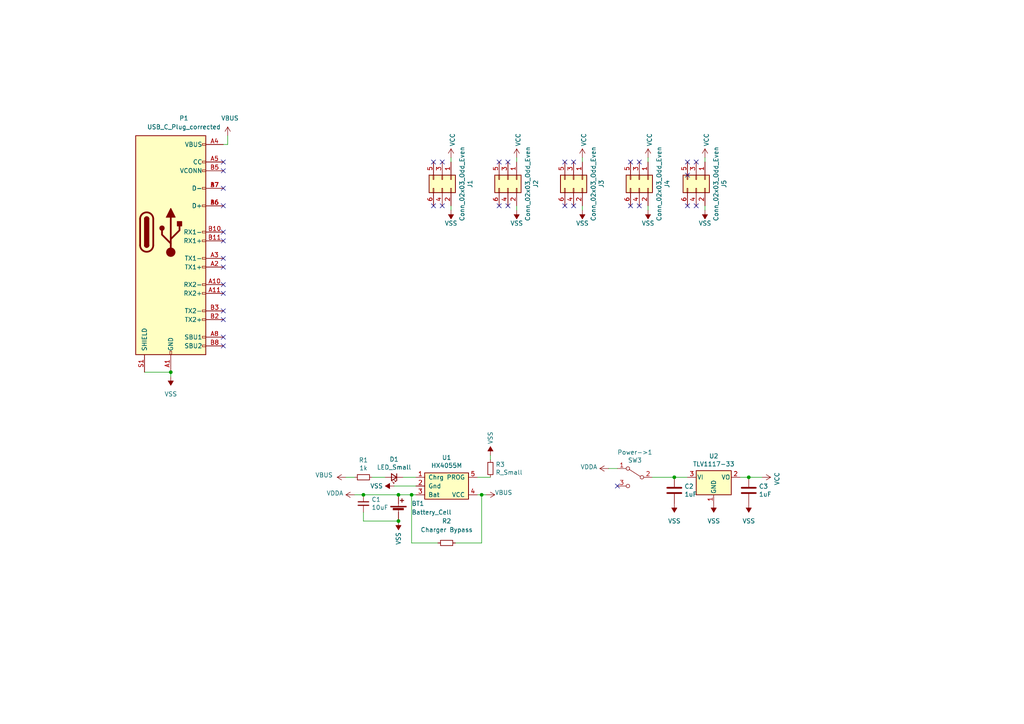
<source format=kicad_sch>
(kicad_sch (version 20210126) (generator eeschema)
  (paper "A4")
  (lib_symbols
    (symbol "BadgePirates:USB_C_Plug_corrected" (pin_names (offset 1.016))
      (property "Reference" "P" (at -10.16 29.21 0))
      (property "Value" "USB_C_Plug_corrected" (at 10.16 29.21 0))
      (symbol "USB_C_Plug_corrected_0_0"
        (rectangle (start -0.254 -35.56) (end 0.254 -34.544))
        (rectangle (start 10.16 -32.766) (end 9.144 -33.274))
        (rectangle (start 10.16 -30.226) (end 9.144 -30.734))
        (rectangle (start 10.16 -25.146) (end 9.144 -25.654))
        (rectangle (start 10.16 -22.606) (end 9.144 -23.114))
        (rectangle (start 10.16 -17.526) (end 9.144 -18.034))
        (rectangle (start 10.16 -14.986) (end 9.144 -15.494))
        (rectangle (start 10.16 -9.906) (end 9.144 -10.414))
        (rectangle (start 10.16 -7.366) (end 9.144 -7.874))
        (rectangle (start 10.16 -2.286) (end 9.144 -2.794))
        (rectangle (start 10.16 0.254) (end 9.144 -0.254))
        (rectangle (start 10.16 7.874) (end 9.144 7.366))
        (rectangle (start 10.16 12.954) (end 9.144 12.446))
        (rectangle (start 10.16 18.034) (end 9.144 17.526))
        (rectangle (start 10.16 20.574) (end 9.144 20.066))
        (rectangle (start 10.16 25.654) (end 9.144 25.146))
      )
      (symbol "USB_C_Plug_corrected_0_1"
        (arc (start -7.62 -3.81) (end -6.35 -3.81) (radius (at -6.985 -3.81) (length 0.635) (angles -179.9 -0.1)) (stroke (width 0.254)) (fill (type outline)))
        (arc (start -8.89 -3.81) (end -5.08 -3.81) (radius (at -6.985 -3.81) (length 1.905) (angles -179.9 -0.1)) (stroke (width 0.508)))
        (arc (start -7.62 -3.81) (end -6.35 -3.81) (radius (at -6.985 -3.81) (length 0.635) (angles -179.9 -0.1)) (stroke (width 0.254)))
        (arc (start -5.08 3.81) (end -8.89 3.81) (radius (at -6.985 3.81) (length 1.905) (angles 0.1 179.9)) (stroke (width 0.508)))
        (arc (start -6.35 3.81) (end -7.62 3.81) (radius (at -6.985 3.81) (length 0.635) (angles 0.1 179.9)) (stroke (width 0.254)) (fill (type outline)))
        (arc (start -6.35 3.81) (end -7.62 3.81) (radius (at -6.985 3.81) (length 0.635) (angles 0.1 179.9)) (stroke (width 0.254)))
        (rectangle (start -10.16 27.94) (end 10.16 -35.56) (stroke (width 0.254)) (fill (type background)))
        (rectangle (start -7.62 -3.81) (end -6.35 3.81) (stroke (width 0.254)) (fill (type outline)))
        (polyline (pts (xy -8.89 -3.81) (xy -8.89 3.81)) (stroke (width 0.508)))
        (polyline (pts (xy -5.08 3.81) (xy -5.08 -3.81)) (stroke (width 0.508)))
      )
      (symbol "USB_C_Plug_corrected_1_1"
        (circle (center -2.54 1.143) (radius 0.635) (stroke (width 0.254)) (fill (type outline)))
        (circle (center 0 -5.842) (radius 1.27) (fill (type outline)))
        (rectangle (start 1.905 1.778) (end 3.175 3.048) (stroke (width 0.254)) (fill (type outline)))
        (polyline (pts (xy 0 -5.842) (xy 0 4.318)) (stroke (width 0.508)))
        (polyline (pts (xy 0 -3.302) (xy -2.54 -0.762) (xy -2.54 0.508)) (stroke (width 0.508)))
        (polyline (pts (xy 0 -2.032) (xy 2.54 0.508) (xy 2.54 1.778)) (stroke (width 0.508)))
        (polyline (pts (xy -1.27 4.318) (xy 0 6.858) (xy 1.27 4.318) (xy -1.27 4.318)) (stroke (width 0.254)) (fill (type outline)))
        (pin passive line (at 0 -40.64 90) (length 5.08) (name "GND") (number "A1"))
        (pin bidirectional line (at 15.24 -15.24 180) (length 5.08) (name "RX2-") (number "A10"))
        (pin bidirectional line (at 15.24 -17.78 180) (length 5.08) (name "RX2+") (number "A11"))
        (pin passive line (at 0 -40.64 90) (length 5.08) hide (name "GND") (number "A12"))
        (pin bidirectional line (at 15.24 -10.16 180) (length 5.08) (name "TX1+") (number "A2"))
        (pin bidirectional line (at 15.24 -7.62 180) (length 5.08) (name "TX1-") (number "A3"))
        (pin passive line (at 15.24 25.4 180) (length 5.08) (name "VBUS") (number "A4"))
        (pin bidirectional line (at 15.24 20.32 180) (length 5.08) (name "CC") (number "A5"))
        (pin bidirectional line (at 15.24 7.62 180) (length 5.08) (name "D+") (number "A6"))
        (pin bidirectional line (at 15.24 12.7 180) (length 5.08) (name "D-") (number "A7"))
        (pin bidirectional line (at 15.24 -30.48 180) (length 5.08) (name "SBU1") (number "A8"))
        (pin passive line (at 15.24 25.4 180) (length 5.08) hide (name "VBUS") (number "A9"))
        (pin passive line (at 0 -40.64 90) (length 5.08) hide (name "GND") (number "B1"))
        (pin bidirectional line (at 15.24 0 180) (length 5.08) (name "RX1-") (number "B10"))
        (pin bidirectional line (at 15.24 -2.54 180) (length 5.08) (name "RX1+") (number "B11"))
        (pin passive line (at 0 -40.64 90) (length 5.08) hide (name "GND") (number "B12"))
        (pin bidirectional line (at 15.24 -25.4 180) (length 5.08) (name "TX2+") (number "B2"))
        (pin bidirectional line (at 15.24 -22.86 180) (length 5.08) (name "TX2-") (number "B3"))
        (pin passive line (at 15.24 25.4 180) (length 5.08) hide (name "VBUS") (number "B4"))
        (pin bidirectional line (at 15.24 17.78 180) (length 5.08) (name "VCONN") (number "B5"))
        (pin bidirectional line (at 15.24 -33.02 180) (length 5.08) (name "SBU2") (number "B8"))
        (pin passive line (at 15.24 25.4 180) (length 5.08) hide (name "VBUS") (number "B9"))
        (pin passive line (at -7.62 -40.64 90) (length 5.08) (name "SHIELD") (number "S1"))
        (pin bidirectional line (at 15.24 7.62 180) (length 5.08) (name "D+") (number "B6"))
        (pin bidirectional line (at 15.24 12.7 180) (length 5.08) (name "D-") (number "B7"))
      )
    )
    (symbol "Connector_Generic:Conn_02x03_Odd_Even" (pin_names (offset 1.016) hide)
      (property "Reference" "J" (at 1.27 5.08 0))
      (property "Value" "Conn_02x03_Odd_Even" (at 1.27 -5.08 0))
      (symbol "Conn_02x03_Odd_Even_1_1"
        (rectangle (start -1.27 -2.413) (end 0 -2.667) (stroke (width 0.1524)))
        (rectangle (start -1.27 2.667) (end 0 2.413) (stroke (width 0.1524)))
        (rectangle (start -1.27 3.81) (end 3.81 -3.81) (stroke (width 0.254)) (fill (type background)))
        (rectangle (start -1.27 0.127) (end 0 -0.127) (stroke (width 0.1524)))
        (rectangle (start 3.81 -2.413) (end 2.54 -2.667) (stroke (width 0.1524)))
        (rectangle (start 3.81 2.667) (end 2.54 2.413) (stroke (width 0.1524)))
        (rectangle (start 3.81 0.127) (end 2.54 -0.127) (stroke (width 0.1524)))
        (pin passive line (at -5.08 2.54 0) (length 3.81) (name "Pin_1") (number "1"))
        (pin passive line (at 7.62 2.54 180) (length 3.81) (name "Pin_2") (number "2"))
        (pin passive line (at -5.08 0 0) (length 3.81) (name "Pin_3") (number "3"))
        (pin passive line (at 7.62 0 180) (length 3.81) (name "Pin_4") (number "4"))
        (pin passive line (at -5.08 -2.54 0) (length 3.81) (name "Pin_5") (number "5"))
        (pin passive line (at 7.62 -2.54 180) (length 3.81) (name "Pin_6") (number "6"))
      )
    )
    (symbol "Device:Battery_Cell" (pin_numbers hide) (pin_names (offset 0) hide)
      (property "Reference" "BT" (at 2.54 2.54 0))
      (property "Value" "Battery_Cell" (at 2.54 0 0))
      (symbol "Battery_Cell_0_1"
        (rectangle (start -2.286 1.778) (end 2.286 1.524) (fill (type outline)))
        (rectangle (start -1.5748 1.1938) (end 1.4732 0.6858) (fill (type outline)))
        (polyline (pts (xy 0 0.762) (xy 0 0)))
        (polyline (pts (xy 0 1.778) (xy 0 2.54)))
        (polyline (pts (xy 0.508 3.429) (xy 1.524 3.429)) (stroke (width 0.254)))
        (polyline (pts (xy 1.016 3.937) (xy 1.016 2.921)) (stroke (width 0.254)))
      )
      (symbol "Battery_Cell_1_1"
        (pin passive line (at 0 5.08 270) (length 2.54) (name "+") (number "1"))
        (pin passive line (at 0 -2.54 90) (length 2.54) (name "-") (number "2"))
      )
    )
    (symbol "Device:C" (pin_numbers hide) (pin_names (offset 0.254))
      (property "Reference" "C" (at 0.635 2.54 0))
      (property "Value" "C" (at 0.635 -2.54 0))
      (symbol "C_0_1"
        (polyline (pts (xy -2.032 -0.762) (xy 2.032 -0.762)) (stroke (width 0.508)))
        (polyline (pts (xy -2.032 0.762) (xy 2.032 0.762)) (stroke (width 0.508)))
      )
      (symbol "C_1_1"
        (pin passive line (at 0 3.81 270) (length 2.794) (name "~") (number "1"))
        (pin passive line (at 0 -3.81 90) (length 2.794) (name "~") (number "2"))
      )
    )
    (symbol "Device:C_Small" (pin_numbers hide) (pin_names (offset 0.254) hide)
      (property "Reference" "C" (at 0.254 1.778 0))
      (property "Value" "C_Small" (at 0.254 -2.032 0))
      (symbol "C_Small_0_1"
        (polyline (pts (xy -1.524 -0.508) (xy 1.524 -0.508)) (stroke (width 0.3302)))
        (polyline (pts (xy -1.524 0.508) (xy 1.524 0.508)) (stroke (width 0.3048)))
      )
      (symbol "C_Small_1_1"
        (pin passive line (at 0 2.54 270) (length 2.032) (name "~") (number "1"))
        (pin passive line (at 0 -2.54 90) (length 2.032) (name "~") (number "2"))
      )
    )
    (symbol "Device:LED_Small" (pin_numbers hide) (pin_names (offset 0.254) hide)
      (property "Reference" "D" (at -1.27 3.175 0))
      (property "Value" "LED_Small" (at -4.445 -2.54 0))
      (symbol "LED_Small_0_1"
        (polyline (pts (xy -0.762 -1.016) (xy -0.762 1.016)) (stroke (width 0.254)))
        (polyline (pts (xy 1.016 0) (xy -0.762 0)))
        (polyline (pts (xy 0.762 -1.016) (xy -0.762 0) (xy 0.762 1.016) (xy 0.762 -1.016)) (stroke (width 0.254)))
        (polyline (pts (xy 0 0.762) (xy -0.508 1.27) (xy -0.254 1.27) (xy -0.508 1.27) (xy -0.508 1.016)))
        (polyline (pts (xy 0.508 1.27) (xy 0 1.778) (xy 0.254 1.778) (xy 0 1.778) (xy 0 1.524)))
      )
      (symbol "LED_Small_1_1"
        (pin passive line (at -2.54 0 0) (length 1.778) (name "K") (number "1"))
        (pin passive line (at 2.54 0 180) (length 1.778) (name "A") (number "2"))
      )
    )
    (symbol "Device:R_Small" (pin_numbers hide) (pin_names (offset 0.254) hide)
      (property "Reference" "R" (at 0.762 0.508 0))
      (property "Value" "R_Small" (at 0.762 -1.016 0))
      (symbol "R_Small_0_1"
        (rectangle (start -0.762 1.778) (end 0.762 -1.778) (stroke (width 0.2032)))
      )
      (symbol "R_Small_1_1"
        (pin passive line (at 0 2.54 270) (length 0.762) (name "~") (number "1"))
        (pin passive line (at 0 -2.54 90) (length 0.762) (name "~") (number "2"))
      )
    )
    (symbol "Regulator_Linear:TLV1117-33" (pin_names (offset 0.254))
      (property "Reference" "U" (at -3.81 3.175 0))
      (property "Value" "TLV1117-33" (at 0 3.175 0))
      (symbol "TLV1117-33_0_1"
        (rectangle (start -5.08 -5.08) (end 5.08 1.905) (stroke (width 0.254)) (fill (type background)))
      )
      (symbol "TLV1117-33_1_1"
        (pin power_in line (at 0 -7.62 90) (length 2.54) (name "GND") (number "1"))
        (pin power_out line (at 7.62 0 180) (length 2.54) (name "VO") (number "2"))
        (pin power_in line (at -7.62 0 0) (length 2.54) (name "VI") (number "3"))
      )
    )
    (symbol "Switch:SW_SPDT" (pin_names (offset 0) hide)
      (property "Reference" "SW" (at 0 4.318 0))
      (property "Value" "SW_SPDT" (at 0 -5.08 0))
      (symbol "SW_SPDT_0_0"
        (circle (center -2.032 0) (radius 0.508))
        (circle (center 2.032 -2.54) (radius 0.508))
      )
      (symbol "SW_SPDT_0_1"
        (circle (center 2.032 2.54) (radius 0.508))
        (polyline (pts (xy -1.524 0.254) (xy 1.651 2.286)))
      )
      (symbol "SW_SPDT_1_1"
        (pin passive line (at 5.08 2.54 180) (length 2.54) (name "A") (number "1"))
        (pin passive line (at -5.08 0 0) (length 2.54) (name "B") (number "2"))
        (pin passive line (at 5.08 -2.54 180) (length 2.54) (name "C") (number "3"))
      )
    )
    (symbol "TwitterKeyboard-rescue:HX4055M-MechKeyboard" (pin_names (offset 1.016))
      (property "Reference" "U" (at 5.08 -10.16 0))
      (property "Value" "HX4055M-MechKeyboard" (at 0 0 0))
      (symbol "HX4055M-MechKeyboard_0_1"
        (rectangle (start -6.35 -1.27) (end 6.35 -8.89) (stroke (width 0.254)) (fill (type background)))
      )
      (symbol "HX4055M-MechKeyboard_1_1"
        (pin input line (at -8.89 -2.54 0) (length 2.54) (name "Chrg") (number "1"))
        (pin input line (at -8.89 -5.08 0) (length 2.54) (name "Gnd") (number "2"))
        (pin input line (at -8.89 -7.62 0) (length 2.54) (name "Bat") (number "3"))
        (pin input line (at 8.89 -7.62 180) (length 2.54) (name "VCC") (number "4"))
        (pin input line (at 8.89 -2.54 180) (length 2.54) (name "PROG") (number "5"))
      )
    )
    (symbol "power:VBUS" (power) (pin_names (offset 0))
      (property "Value" "VBUS" (at 0 3.81 0))
      (symbol "VBUS_0_1"
        (polyline (pts (xy -0.762 1.27) (xy 0 2.54)))
        (polyline (pts (xy 0 0) (xy 0 2.54)))
        (polyline (pts (xy 0 2.54) (xy 0.762 1.27)))
      )
      (symbol "VBUS_1_1"
        (pin power_in line (at 0 0 90) (length 0) hide (name "VBUS") (number "1"))
      )
    )
    (symbol "power:VCC" (power) (pin_names (offset 0))
      (property "Value" "VCC" (at 0 3.81 0))
      (symbol "VCC_0_1"
        (polyline (pts (xy -0.762 1.27) (xy 0 2.54)))
        (polyline (pts (xy 0 0) (xy 0 2.54)))
        (polyline (pts (xy 0 2.54) (xy 0.762 1.27)))
      )
      (symbol "VCC_1_1"
        (pin power_in line (at 0 0 90) (length 0) hide (name "VCC") (number "1"))
      )
    )
    (symbol "power:VDDA" (power) (pin_names (offset 0))
      (property "Value" "VDDA" (at 0 3.81 0))
      (symbol "VDDA_0_1"
        (polyline (pts (xy -0.762 1.27) (xy 0 2.54)))
        (polyline (pts (xy 0 0) (xy 0 2.54)))
        (polyline (pts (xy 0 2.54) (xy 0.762 1.27)))
      )
      (symbol "VDDA_1_1"
        (pin power_in line (at 0 0 90) (length 0) hide (name "VDDA") (number "1"))
      )
    )
    (symbol "power:VSS" (power) (pin_names (offset 0))
      (property "Value" "VSS" (at 0 3.81 0))
      (symbol "VSS_0_1"
        (polyline (pts (xy 0 0) (xy 0 2.54)))
        (polyline (pts (xy 0.762 1.27) (xy -0.762 1.27) (xy 0 2.54) (xy 0.762 1.27)) (fill (type outline)))
      )
      (symbol "VSS_1_1"
        (pin power_in line (at 0 0 90) (length 0) hide (name "VSS") (number "1"))
      )
    )
  )
  (junction (at 49.53 107.95) (diameter 0.9144))
  (junction (at 105.41 143.51) (diameter 0.9144))
  (junction (at 115.57 143.51) (diameter 0.9144))
  (junction (at 115.57 151.13) (diameter 0.9144))
  (junction (at 119.38 143.51) (diameter 0.9144))
  (junction (at 139.7 143.51) (diameter 0.9144))
  (junction (at 195.58 138.43) (diameter 0.9144))
  (junction (at 217.17 138.43) (diameter 0.9144))
  (no_connect (at 64.77 46.99))
  (no_connect (at 64.77 49.53))
  (no_connect (at 64.77 54.61))
  (no_connect (at 64.77 59.69))
  (no_connect (at 64.77 67.31))
  (no_connect (at 64.77 69.85))
  (no_connect (at 64.77 74.93))
  (no_connect (at 64.77 77.47))
  (no_connect (at 64.77 82.55))
  (no_connect (at 64.77 85.09))
  (no_connect (at 64.77 90.17))
  (no_connect (at 64.77 92.71))
  (no_connect (at 64.77 97.79))
  (no_connect (at 64.77 100.33))
  (no_connect (at 125.73 46.99))
  (no_connect (at 125.73 59.69))
  (no_connect (at 128.27 46.99))
  (no_connect (at 128.27 59.69))
  (no_connect (at 144.78 46.99))
  (no_connect (at 144.78 59.69))
  (no_connect (at 147.32 46.99))
  (no_connect (at 147.32 59.69))
  (no_connect (at 163.83 46.99))
  (no_connect (at 163.83 59.69))
  (no_connect (at 166.37 46.99))
  (no_connect (at 166.37 59.69))
  (no_connect (at 179.07 140.97))
  (no_connect (at 182.88 46.99))
  (no_connect (at 182.88 59.69))
  (no_connect (at 185.42 46.99))
  (no_connect (at 185.42 59.69))
  (no_connect (at 199.39 46.99))
  (no_connect (at 199.39 50.8))
  (no_connect (at 199.39 59.69))
  (no_connect (at 201.93 46.99))
  (no_connect (at 201.93 59.69))
  (wire (pts (xy 41.91 107.95) (xy 49.53 107.95)))
  (wire (pts (xy 49.53 107.95) (xy 49.53 109.22)))
  (wire (pts (xy 66.04 39.37) (xy 66.04 41.91)))
  (wire (pts (xy 66.04 41.91) (xy 64.77 41.91)))
  (wire (pts (xy 100.33 138.43) (xy 102.87 138.43)))
  (wire (pts (xy 102.87 143.51) (xy 105.41 143.51)))
  (wire (pts (xy 105.41 143.51) (xy 115.57 143.51)))
  (wire (pts (xy 105.41 148.59) (xy 105.41 151.13)))
  (wire (pts (xy 105.41 151.13) (xy 115.57 151.13)))
  (wire (pts (xy 107.95 138.43) (xy 111.76 138.43)))
  (wire (pts (xy 114.3 140.97) (xy 120.65 140.97)))
  (wire (pts (xy 115.57 143.51) (xy 119.38 143.51)))
  (wire (pts (xy 116.84 138.43) (xy 120.65 138.43)))
  (wire (pts (xy 119.38 143.51) (xy 120.65 143.51)))
  (wire (pts (xy 119.38 157.48) (xy 119.38 143.51)))
  (wire (pts (xy 127 157.48) (xy 119.38 157.48)))
  (wire (pts (xy 130.81 46.99) (xy 130.81 45.72)))
  (wire (pts (xy 130.81 60.96) (xy 130.81 59.69)))
  (wire (pts (xy 132.08 157.48) (xy 139.7 157.48)))
  (wire (pts (xy 138.43 138.43) (xy 142.24 138.43)))
  (wire (pts (xy 138.43 143.51) (xy 139.7 143.51)))
  (wire (pts (xy 139.7 143.51) (xy 140.97 143.51)))
  (wire (pts (xy 139.7 157.48) (xy 139.7 143.51)))
  (wire (pts (xy 142.24 133.35) (xy 142.24 132.08)))
  (wire (pts (xy 149.86 46.99) (xy 149.86 45.72)))
  (wire (pts (xy 149.86 60.96) (xy 149.86 59.69)))
  (wire (pts (xy 168.91 46.99) (xy 168.91 45.72)))
  (wire (pts (xy 168.91 60.96) (xy 168.91 59.69)))
  (wire (pts (xy 176.53 135.89) (xy 179.07 135.89)))
  (wire (pts (xy 187.96 46.99) (xy 187.96 45.72)))
  (wire (pts (xy 187.96 60.96) (xy 187.96 59.69)))
  (wire (pts (xy 189.23 138.43) (xy 195.58 138.43)))
  (wire (pts (xy 199.39 138.43) (xy 195.58 138.43)))
  (wire (pts (xy 204.47 46.99) (xy 204.47 45.72)))
  (wire (pts (xy 204.47 60.96) (xy 204.47 59.69)))
  (wire (pts (xy 214.63 138.43) (xy 217.17 138.43)))
  (wire (pts (xy 217.17 138.43) (xy 220.98 138.43)))
  (symbol (lib_id "power:VSS") (at 49.53 109.22 180) (unit 1)
    (property "Reference" "#PWR01" (effects hide))
    (property "Value" "VSS" (at 49.53 114.3 0))
  )
  (symbol (lib_id "power:VBUS") (at 66.04 39.37 0) (unit 1)
    (property "Reference" "#PWR02" (effects hide))
    (property "Value" "VBUS" (at 66.675 34.29 0))
  )
  (symbol (lib_id "power:VBUS") (at 100.33 138.43 90) (unit 1)
    (property "Reference" "#PWR03" (effects hide))
    (property "Value" "VBUS" (at 93.98 137.795 90))
  )
  (symbol (lib_id "power:VDDA") (at 102.87 143.51 90) (unit 1)
    (property "Reference" "#PWR04" (effects hide))
    (property "Value" "VDDA" (at 99.6188 143.0528 90) (effects (justify left)))
  )
  (symbol (lib_id "power:VSS") (at 114.3 140.97 90) (unit 1)
    (property "Reference" "#PWR05" (effects hide))
    (property "Value" "VSS" (at 109.22 140.97 90))
  )
  (symbol (lib_id "power:VSS") (at 115.57 151.13 180) (unit 1)
    (property "Reference" "#PWR06" (effects hide))
    (property "Value" "VSS" (at 115.57 156.21 90))
  )
  (symbol (lib_id "power:VCC") (at 130.81 45.72 0) (unit 1)
    (property "Reference" "#PWR07" (effects hide))
    (property "Value" "VCC" (at 131.2418 42.4688 90) (effects (justify left)))
  )
  (symbol (lib_id "power:VSS") (at 130.81 60.96 180) (unit 1)
    (property "Reference" "#PWR08" (effects hide))
    (property "Value" "VSS" (at 130.81 64.77 0))
  )
  (symbol (lib_id "power:VBUS") (at 140.97 143.51 270) (unit 1)
    (property "Reference" "#PWR09" (effects hide))
    (property "Value" "VBUS" (at 146.05 142.875 90))
  )
  (symbol (lib_id "power:VSS") (at 142.24 132.08 0) (unit 1)
    (property "Reference" "#PWR010" (effects hide))
    (property "Value" "VSS" (at 142.24 127 90))
  )
  (symbol (lib_id "power:VCC") (at 149.86 45.72 0) (unit 1)
    (property "Reference" "#PWR011" (effects hide))
    (property "Value" "VCC" (at 150.2918 42.4688 90) (effects (justify left)))
  )
  (symbol (lib_id "power:VSS") (at 149.86 60.96 180) (unit 1)
    (property "Reference" "#PWR012" (effects hide))
    (property "Value" "VSS" (at 149.86 64.77 0))
  )
  (symbol (lib_id "power:VCC") (at 168.91 45.72 0) (unit 1)
    (property "Reference" "#PWR013" (effects hide))
    (property "Value" "VCC" (at 169.3418 42.4688 90) (effects (justify left)))
  )
  (symbol (lib_id "power:VSS") (at 168.91 60.96 180) (unit 1)
    (property "Reference" "#PWR014" (effects hide))
    (property "Value" "VSS" (at 168.91 64.77 0))
  )
  (symbol (lib_id "power:VDDA") (at 176.53 135.89 90) (unit 1)
    (property "Reference" "#PWR0101" (effects hide))
    (property "Value" "VDDA" (at 173.2788 135.4328 90) (effects (justify left)))
  )
  (symbol (lib_id "power:VCC") (at 187.96 45.72 0) (unit 1)
    (property "Reference" "#PWR017" (effects hide))
    (property "Value" "VCC" (at 188.3918 42.4688 90) (effects (justify left)))
  )
  (symbol (lib_id "power:VSS") (at 187.96 60.96 180) (unit 1)
    (property "Reference" "#PWR018" (effects hide))
    (property "Value" "VSS" (at 187.96 64.77 0))
  )
  (symbol (lib_id "power:VSS") (at 195.58 146.05 180) (unit 1)
    (property "Reference" "#PWR019" (effects hide))
    (property "Value" "VSS" (at 195.58 151.13 0))
  )
  (symbol (lib_id "power:VCC") (at 204.47 45.72 0) (unit 1)
    (property "Reference" "#PWR020" (effects hide))
    (property "Value" "VCC" (at 204.9018 42.4688 90) (effects (justify left)))
  )
  (symbol (lib_id "power:VSS") (at 204.47 60.96 180) (unit 1)
    (property "Reference" "#PWR021" (effects hide))
    (property "Value" "VSS" (at 204.47 64.77 0))
  )
  (symbol (lib_id "power:VSS") (at 207.01 146.05 180) (unit 1)
    (property "Reference" "#PWR022" (effects hide))
    (property "Value" "VSS" (at 207.01 151.13 0))
  )
  (symbol (lib_id "power:VSS") (at 217.17 146.05 180) (unit 1)
    (property "Reference" "#PWR023" (effects hide))
    (property "Value" "VSS" (at 217.17 151.13 0))
  )
  (symbol (lib_id "power:VCC") (at 220.98 138.43 270) (unit 1)
    (property "Reference" "#PWR024" (effects hide))
    (property "Value" "VCC" (at 225.3742 138.8618 0))
  )
  (symbol (lib_id "Device:R_Small") (at 105.41 138.43 270) (unit 1)
    (property "Reference" "R1" (at 105.41 133.4516 90))
    (property "Value" "1k" (at 105.41 135.763 90))
    (property "Footprint" "Resistor_SMD:R_0805_2012Metric" (effects hide))
  )
  (symbol (lib_id "Device:R_Small") (at 129.54 157.48 270) (unit 1)
    (property "Reference" "R2" (at 129.54 151.13 90))
    (property "Value" "Charger Bypass" (at 129.54 153.67 90))
    (property "Footprint" "Resistor_SMD:R_0805_2012Metric" (effects hide))
  )
  (symbol (lib_id "Device:R_Small") (at 142.24 135.89 0) (unit 1)
    (property "Reference" "R3" (at 143.7386 134.7216 0) (effects (justify left)))
    (property "Value" "R_Small" (at 143.7386 137.033 0) (effects (justify left)))
    (property "Footprint" "Resistor_SMD:R_0805_2012Metric" (effects hide))
  )
  (symbol (lib_id "Device:LED_Small") (at 114.3 138.43 180) (unit 1)
    (property "Reference" "D1" (at 114.3 133.223 0))
    (property "Value" "LED_Small" (at 114.3 135.5344 0))
    (property "Footprint" "LED_SMD:LED_0805_2012Metric" (effects hide))
  )
  (symbol (lib_id "Device:C_Small") (at 105.41 146.05 0) (unit 1)
    (property "Reference" "C1" (at 107.7468 144.8816 0) (effects (justify left)))
    (property "Value" "10uF" (at 107.7468 147.193 0) (effects (justify left)))
    (property "Footprint" "Capacitor_SMD:C_0805_2012Metric" (effects hide))
  )
  (symbol (lib_id "Device:Battery_Cell") (at 115.57 148.59 0) (unit 1)
    (property "Reference" "BT1" (at 119.38 146.05 0) (effects (justify left)))
    (property "Value" "Battery_Cell" (at 119.38 148.59 0) (effects (justify left)))
    (property "Footprint" "18650Battery:BatteryHolder_18650" (effects hide))
  )
  (symbol (lib_id "Device:C") (at 195.58 142.24 0) (unit 1)
    (property "Reference" "C2" (at 198.501 141.0716 0) (effects (justify left)))
    (property "Value" "1uF" (at 198.501 143.383 0) (effects (justify left)))
    (property "Footprint" "Capacitor_SMD:C_0805_2012Metric" (effects hide))
  )
  (symbol (lib_id "Device:C") (at 217.17 142.24 0) (unit 1)
    (property "Reference" "C3" (at 220.091 141.0716 0) (effects (justify left)))
    (property "Value" "1uF" (at 220.091 143.383 0) (effects (justify left)))
    (property "Footprint" "Capacitor_SMD:C_0805_2012Metric" (effects hide))
  )
  (symbol (lib_id "Switch:SW_SPDT") (at 184.15 138.43 0) (mirror y) (unit 1)
    (property "Reference" "Power->1" (at 184.15 131.191 0))
    (property "Value" "SW3" (at 184.15 133.5024 0))
    (property "Footprint" "BreadBoardPwr:SK-3296S_switch" (effects hide))
  )
  (symbol (lib_id "Connector_Generic:Conn_02x03_Odd_Even") (at 128.27 52.07 270) (unit 1)
    (property "Reference" "J1" (at 136.3218 53.34 0))
    (property "Value" "Conn_02x03_Odd_Even" (at 134.0104 53.34 0))
    (property "Footprint" "Connector_PinHeader_2.54mm:PinHeader_2x03_P2.54mm_Vertical" (effects hide))
  )
  (symbol (lib_id "Connector_Generic:Conn_02x03_Odd_Even") (at 147.32 52.07 270) (unit 1)
    (property "Reference" "J2" (at 155.3718 53.34 0))
    (property "Value" "Conn_02x03_Odd_Even" (at 153.0604 53.34 0))
    (property "Footprint" "Connector_PinHeader_2.54mm:PinHeader_2x03_P2.54mm_Vertical" (effects hide))
  )
  (symbol (lib_id "Connector_Generic:Conn_02x03_Odd_Even") (at 166.37 52.07 270) (unit 1)
    (property "Reference" "J3" (at 174.4218 53.34 0))
    (property "Value" "Conn_02x03_Odd_Even" (at 172.1104 53.34 0))
    (property "Footprint" "Connector_PinHeader_2.54mm:PinHeader_2x03_P2.54mm_Vertical" (effects hide))
  )
  (symbol (lib_id "Connector_Generic:Conn_02x03_Odd_Even") (at 185.42 52.07 270) (unit 1)
    (property "Reference" "J4" (at 193.4718 53.34 0))
    (property "Value" "Conn_02x03_Odd_Even" (at 191.1604 53.34 0))
    (property "Footprint" "Connector_PinHeader_2.54mm:PinHeader_2x03_P2.54mm_Vertical" (effects hide))
  )
  (symbol (lib_id "Connector_Generic:Conn_02x03_Odd_Even") (at 201.93 52.07 270) (unit 1)
    (property "Reference" "J5" (at 209.9818 53.34 0))
    (property "Value" "Conn_02x03_Odd_Even" (at 207.6704 53.34 0))
    (property "Footprint" "Connector_PinHeader_2.54mm:PinHeader_2x03_P2.54mm_Vertical" (effects hide))
  )
  (symbol (lib_id "TwitterKeyboard-rescue:HX4055M-MechKeyboard") (at 129.54 135.89 0) (unit 1)
    (property "Reference" "U1" (at 129.54 132.715 0))
    (property "Value" "HX4055M" (at 129.54 135.0264 0))
    (property "Footprint" "Package_TO_SOT_SMD:SOT-23-5" (effects hide))
  )
  (symbol (lib_id "Regulator_Linear:TLV1117-33") (at 207.01 138.43 0) (unit 1)
    (property "Reference" "U2" (at 207.01 132.2832 0))
    (property "Value" "TLV1117-33" (at 207.01 134.5946 0))
    (property "Footprint" "Package_TO_SOT_SMD:SOT-223-3_TabPin2" (effects hide))
    (property "Datasheet" "http://www.ti.com/lit/ds/symlink/tlv1117.pdf" (effects hide))
  )
  (symbol (lib_id "BadgePirates:USB_C_Plug_corrected") (at 49.53 67.31 0) (unit 1)
    (property "Reference" "P1" (at 53.34 34.29 0))
    (property "Value" "USB_C_Plug_corrected" (at 53.34 36.83 0))
    (property "Footprint" "BadgePirates:USB_C_Receptical-Jing" (effects hide))
    (property "Datasheet" "https://www.usb.org/sites/default/files/documents/usb_type-c.zip" (effects hide))
  )
)
</source>
